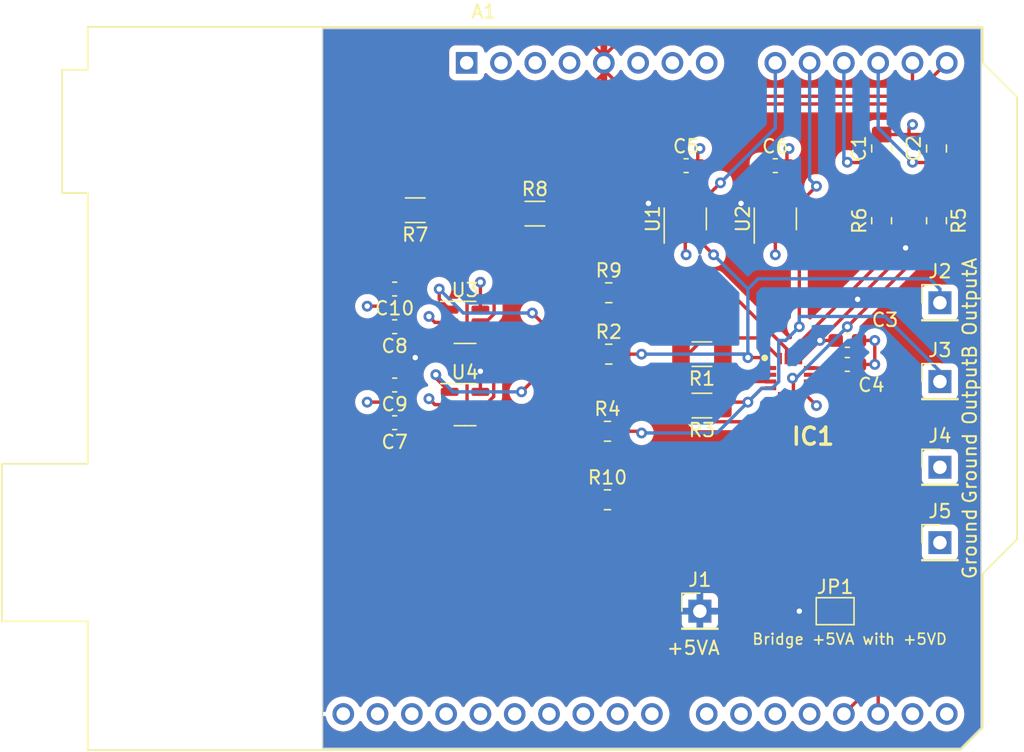
<source format=kicad_pcb>
(kicad_pcb (version 20221018) (generator pcbnew)
  (layers (0 "F.Cu" signal) (1 "In1.Cu" signal) (2 "In2.Cu" signal) (31 "B.Cu" signal) (34 "B.Paste" user) (35 "F.Paste" user) (36 "B.SilkS" user "B.Silkscreen") (37 "F.SilkS" user "F.Silkscreen") (38 "B.Mask" user) (39 "F.Mask" user) (44 "Edge.Cuts" user))
  (net 0 "")
  (net 2 "+5V")
  (net 3 "/VoutA")
  (net 4 "/VoutB")
  (net 5 "GND")
  (net 10 "Net-(A1-A0)")
  (net 11 "Net-(A1-A1)")
  (net 12 "/IoutA")
  (net 13 "/IoutB")
  (net 14 "Net-(U3-SDA)")
  (net 15 "Net-(U3-SCL)")
  (net 18 "/SW_SEL_A")
  (net 19 "/SW_SEL_B")
  (net 33 "/VsetA")
  (net 34 "/VsetB")
  (net 35 "Net-(IC1-SW0_B)")
  (net 36 "Net-(IC1-SW1_B)")
  (net 37 "Net-(IC1-OUTB)")
  (net 38 "Net-(IC1-OUTA)")
  (net 39 "Net-(IC1-SW1_A)")
  (net 40 "Net-(IC1-SW0_A)")
  (net 41 "+5VA")
  (footprint "Resistor_SMD:R_0805_2012Metric_Pad1.20x1.40mm_HandSolder" (layer "F.Cu") (at 81.645 78)
    (fp_text reference "R9" (at 0 -1.65) (layer "F.SilkS"))
    (fp_text value "1K")
    (pad "1" smd roundrect (at -1 0) (size 1.2 1.4) (layers "F.Cu" "F.Paste" "F.Mask") (roundrect_rratio 0.2083333333) (net 39 "Net-(IC1-SW1_A)"))
    (pad "2" smd roundrect (at 1 0) (size 1.2 1.4) (layers "F.Cu" "F.Paste" "F.Mask") (roundrect_rratio 0.2083333333) (net 3 "/VoutA"))
  )
  (footprint "Module:Arduino_UNO_R3" (layer "F.Cu") (at 71.12 60.96)
    (fp_text reference "A1" (at 1.27 -3.81 180) (layer "F.SilkS"))
    (fp_text value "Arduino_UNO_R3")
    (pad "1" thru_hole rect (at 0 0 90) (size 1.6 1.6) (drill 1) (layers "*.Cu" "*.Mask"))
    (pad "2" thru_hole oval (at 2.54 0 90) (size 1.6 1.6) (drill 1) (layers "*.Cu" "*.Mask"))
    (pad "3" thru_hole oval (at 5.08 0 90) (size 1.6 1.6) (drill 1) (layers "*.Cu" "*.Mask"))
    (pad "4" thru_hole oval (at 7.62 0 90) (size 1.6 1.6) (drill 1) (layers "*.Cu" "*.Mask"))
    (pad "5" thru_hole oval (at 10.16 0 90) (size 1.6 1.6) (drill 1) (layers "*.Cu" "*.Mask") (net 2 "+5V"))
    (pad "6" thru_hole oval (at 12.7 0 90) (size 1.6 1.6) (drill 1) (layers "*.Cu" "*.Mask") (net 5 "GND"))
    (pad "7" thru_hole oval (at 15.24 0 90) (size 1.6 1.6) (drill 1) (layers "*.Cu" "*.Mask") (net 5 "GND"))
    (pad "8" thru_hole oval (at 17.78 0 90) (size 1.6 1.6) (drill 1) (layers "*.Cu" "*.Mask"))
    (pad "9" thru_hole oval (at 22.86 0 90) (size 1.6 1.6) (drill 1) (layers "*.Cu" "*.Mask") (net 10 "Net-(A1-A0)"))
    (pad "10" thru_hole oval (at 25.4 0 90) (size 1.6 1.6) (drill 1) (layers "*.Cu" "*.Mask") (net 11 "Net-(A1-A1)"))
    (pad "11" thru_hole oval (at 27.94 0 90) (size 1.6 1.6) (drill 1) (layers "*.Cu" "*.Mask") (net 12 "/IoutA"))
    (pad "12" thru_hole oval (at 30.48 0 90) (size 1.6 1.6) (drill 1) (layers "*.Cu" "*.Mask") (net 13 "/IoutB"))
    (pad "13" thru_hole oval (at 33.02 0 90) (size 1.6 1.6) (drill 1) (layers "*.Cu" "*.Mask") (net 14 "Net-(U3-SDA)"))
    (pad "14" thru_hole oval (at 35.56 0 90) (size 1.6 1.6) (drill 1) (layers "*.Cu" "*.Mask") (net 15 "Net-(U3-SCL)"))
    (pad "15" thru_hole oval (at 35.56 48.26 90) (size 1.6 1.6) (drill 1) (layers "*.Cu" "*.Mask"))
    (pad "16" thru_hole oval (at 33.02 48.26 90) (size 1.6 1.6) (drill 1) (layers "*.Cu" "*.Mask"))
    (pad "17" thru_hole oval (at 30.48 48.26 90) (size 1.6 1.6) (drill 1) (layers "*.Cu" "*.Mask") (net 18 "/SW_SEL_A"))
    (pad "18" thru_hole oval (at 27.94 48.26 90) (size 1.6 1.6) (drill 1) (layers "*.Cu" "*.Mask") (net 19 "/SW_SEL_B"))
    (pad "19" thru_hole oval (at 25.4 48.26 90) (size 1.6 1.6) (drill 1) (layers "*.Cu" "*.Mask"))
    (pad "20" thru_hole oval (at 22.86 48.26 90) (size 1.6 1.6) (drill 1) (layers "*.Cu" "*.Mask"))
    (pad "21" thru_hole oval (at 20.32 48.26 90) (size 1.6 1.6) (drill 1) (layers "*.Cu" "*.Mask"))
    (pad "22" thru_hole oval (at 17.78 48.26 90) (size 1.6 1.6) (drill 1) (layers "*.Cu" "*.Mask"))
    (pad "23" thru_hole oval (at 13.72 48.26 90) (size 1.6 1.6) (drill 1) (layers "*.Cu" "*.Mask"))
    (pad "24" thru_hole oval (at 11.18 48.26 90) (size 1.6 1.6) (drill 1) (layers "*.Cu" "*.Mask"))
    (pad "25" thru_hole oval (at 8.64 48.26 90) (size 1.6 1.6) (drill 1) (layers "*.Cu" "*.Mask"))
    (pad "26" thru_hole oval (at 6.1 48.26 90) (size 1.6 1.6) (drill 1) (layers "*.Cu" "*.Mask"))
    (pad "27" thru_hole oval (at 3.56 48.26 90) (size 1.6 1.6) (drill 1) (layers "*.Cu" "*.Mask"))
    (pad "28" thru_hole oval (at 1.02 48.26 90) (size 1.6 1.6) (drill 1) (layers "*.Cu" "*.Mask"))
    (pad "29" thru_hole oval (at -1.52 48.26 90) (size 1.6 1.6) (drill 1) (layers "*.Cu" "*.Mask") (net 5 "GND"))
    (pad "30" thru_hole oval (at -4.06 48.26 90) (size 1.6 1.6) (drill 1) (layers "*.Cu" "*.Mask"))
    (pad "31" thru_hole oval (at -6.6 48.26 90) (size 1.6 1.6) (drill 1) (layers "*.Cu" "*.Mask"))
    (pad "32" thru_hole oval (at -9.14 48.26 90) (size 1.6 1.6) (drill 1) (layers "*.Cu" "*.Mask"))
  )
  (footprint "Package_TO_SOT_SMD:SOT-23-6" (layer "F.Cu") (at 70.9985 80.198)
    (fp_text reference "U3" (at 0 -2.4) (layer "F.SilkS"))
    (fp_text value "MCP4725xxx-xCH")
    (pad "1" smd roundrect (at -1.1375 -0.95) (size 1.325 0.6) (layers "F.Cu" "F.Paste" "F.Mask") (net 33 "/VsetA"))
    (pad "2" smd roundrect (at -1.1375 0) (size 1.325 0.6) (layers "F.Cu" "F.Paste" "F.Mask") (net 5 "GND"))
    (pad "3" smd roundrect (at -1.1375 0.95) (size 1.325 0.6) (layers "F.Cu" "F.Paste" "F.Mask") (net 41 "+5VA"))
    (pad "4" smd roundrect (at 1.1375 0.95) (size 1.325 0.6) (layers "F.Cu" "F.Paste" "F.Mask") (net 14 "Net-(U3-SDA)"))
    (pad "5" smd roundrect (at 1.1375 0) (size 1.325 0.6) (layers "F.Cu" "F.Paste" "F.Mask") (net 15 "Net-(U3-SCL)"))
    (pad "6" smd roundrect (at 1.1375 -0.95) (size 1.325 0.6) (layers "F.Cu" "F.Paste" "F.Mask") (net 5 "GND"))
  )
  (footprint "mini-source-lib:QFN50P300X300X80-16N-D" (layer "F.Cu") (at 95.07 84.328)
    (fp_text reference "IC1" (at 1.704 4.318) (layer "F.SilkS") (effects (font (size 1.27 1.27) (thickness 0.254))))
    (fp_text value "ADA4351-2ACPZ-R7" hide)
    (pad "1" smd rect (at -1.45 -0.75 90) (size 0.3 0.85) (layers "F.Cu" "F.Paste" "F.Mask") (net 3 "/VoutA"))
    (pad "2" smd rect (at -1.45 -0.25 90) (size 0.3 0.85) (layers "F.Cu" "F.Paste" "F.Mask") (net 33 "/VsetA"))
    (pad "3" smd rect (at -1.45 0.25 90) (size 0.3 0.85) (layers "F.Cu" "F.Paste" "F.Mask") (net 34 "/VsetB"))
    (pad "4" smd rect (at -1.45 0.75 90) (size 0.3 0.85) (layers "F.Cu" "F.Paste" "F.Mask") (net 4 "/VoutB"))
    (pad "5" smd rect (at -0.75 1.45) (size 0.3 0.85) (layers "F.Cu" "F.Paste" "F.Mask") (net 35 "Net-(IC1-SW0_B)"))
    (pad "6" smd rect (at -0.25 1.45) (size 0.3 0.85) (layers "F.Cu" "F.Paste" "F.Mask") (net 36 "Net-(IC1-SW1_B)"))
    (pad "7" smd rect (at 0.25 1.45) (size 0.3 0.85) (layers "F.Cu" "F.Paste" "F.Mask") (net 37 "Net-(IC1-OUTB)"))
    (pad "8" smd rect (at 0.75 1.45) (size 0.3 0.85) (layers "F.Cu" "F.Paste" "F.Mask") (net 5 "GND"))
    (pad "9" smd rect (at 1.45 0.75 90) (size 0.3 0.85) (layers "F.Cu" "F.Paste" "F.Mask") (net 5 "GND"))
    (pad "10" smd rect (at 1.45 0.25 90) (size 0.3 0.85) (layers "F.Cu" "F.Paste" "F.Mask") (net 19 "/SW_SEL_B"))
    (pad "11" smd rect (at 1.45 -0.25 90) (size 0.3 0.85) (layers "F.Cu" "F.Paste" "F.Mask") (net 18 "/SW_SEL_A"))
    (pad "12" smd rect (at 1.45 -0.75 90) (size 0.3 0.85) (layers "F.Cu" "F.Paste" "F.Mask") (net 2 "+5V"))
    (pad "13" smd rect (at 0.75 -1.45) (size 0.3 0.85) (layers "F.Cu" "F.Paste" "F.Mask") (net 41 "+5VA"))
    (pad "14" smd rect (at 0.25 -1.45) (size 0.3 0.85) (layers "F.Cu" "F.Paste" "F.Mask") (net 38 "Net-(IC1-OUTA)"))
    (pad "15" smd rect (at -0.25 -1.45) (size 0.3 0.85) (layers "F.Cu" "F.Paste" "F.Mask") (net 39 "Net-(IC1-SW1_A)"))
    (pad "16" smd rect (at -0.75 -1.45) (size 0.3 0.85) (layers "F.Cu" "F.Paste" "F.Mask") (net 40 "Net-(IC1-SW0_A)"))
  )
  (footprint "Connector_PinHeader_2.54mm:PinHeader_1x01_P2.54mm_Vertical" (layer "F.Cu") (at 106.172 84.582)
    (fp_text reference "J3" (at 0 -2.33) (layer "F.SilkS"))
    (fp_text value "Conn_01x01_Pin")
    (pad "1" thru_hole rect (at 0 0) (size 1.7 1.7) (drill 1) (layers "*.Cu" "*.Mask") (net 4 "/VoutB"))
  )
  (footprint "Connector_PinHeader_2.54mm:PinHeader_1x01_P2.54mm_Vertical" (layer "F.Cu") (at 106.172 90.932)
    (fp_text reference "J4" (at 0 -2.33) (layer "F.SilkS"))
    (fp_text value "Conn_01x01_Pin")
    (pad "1" thru_hole rect (at 0 0) (size 1.7 1.7) (drill 1) (layers "*.Cu" "*.Mask") (net 5 "GND"))
  )
  (footprint "Resistor_SMD:R_0805_2012Metric_Pad1.20x1.40mm_HandSolder" (layer "F.Cu") (at 101.854 72.66 90)
    (fp_text reference "R6" (at 0 -1.65 90) (layer "F.SilkS"))
    (fp_text value "200")
    (pad "1" smd roundrect (at -1 0 90) (size 1.2 1.4) (layers "F.Cu" "F.Paste" "F.Mask") (roundrect_rratio 0.2083333333) (net 38 "Net-(IC1-OUTA)"))
    (pad "2" smd roundrect (at 1 0 90) (size 1.2 1.4) (layers "F.Cu" "F.Paste" "F.Mask") (roundrect_rratio 0.2083333333) (net 12 "/IoutA"))
  )
  (footprint "Resistor_SMD:R_1206_3216Metric_Pad1.30x1.75mm_HandSolder" (layer "F.Cu") (at 76.174 72.136)
    (fp_text reference "R8" (at 0 -1.82) (layer "F.SilkS"))
    (fp_text value "10K")
    (pad "1" smd roundrect (at -1.55 0) (size 1.3 1.75) (layers "F.Cu" "F.Paste" "F.Mask") (roundrect_rratio 0.1923076923) (net 15 "Net-(U3-SCL)"))
    (pad "2" smd roundrect (at 1.55 0) (size 1.3 1.75) (layers "F.Cu" "F.Paste" "F.Mask") (roundrect_rratio 0.1923076923) (net 2 "+5V"))
  )
  (footprint "Package_TO_SOT_SMD:SOT-23-5" (layer "F.Cu") (at 93.98 72.5225 90)
    (fp_text reference "U2" (at 0 -2.4 90) (layer "F.SilkS"))
    (fp_text value "OPA992")
    (pad "1" smd roundrect (at -1.1375 -0.95 90) (size 1.325 0.6) (layers "F.Cu" "F.Paste" "F.Mask") (net 11 "Net-(A1-A1)"))
    (pad "2" smd roundrect (at -1.1375 0 90) (size 1.325 0.6) (layers "F.Cu" "F.Paste" "F.Mask") (net 5 "GND"))
    (pad "3" smd roundrect (at -1.1375 0.95 90) (size 1.325 0.6) (layers "F.Cu" "F.Paste" "F.Mask") (net 4 "/VoutB"))
    (pad "4" smd roundrect (at 1.1375 0.95 90) (size 1.325 0.6) (layers "F.Cu" "F.Paste" "F.Mask") (net 11 "Net-(A1-A1)"))
    (pad "5" smd roundrect (at 1.1375 -0.95 90) (size 1.325 0.6) (layers "F.Cu" "F.Paste" "F.Mask") (net 41 "+5VA"))
  )
  (footprint "Capacitor_SMD:C_0603_1608Metric_Pad1.08x0.95mm_HandSolder" (layer "F.Cu") (at 65.786 84.836 180)
    (fp_text reference "C9" (at 0 -1.43) (layer "F.SilkS"))
    (fp_text value ".01u")
    (pad "1" smd roundrect (at -0.8625 0 180) (size 1.075 0.95) (layers "F.Cu" "F.Paste" "F.Mask") (net 41 "+5VA"))
    (pad "2" smd roundrect (at 0.8625 0 180) (size 1.075 0.95) (layers "F.Cu" "F.Paste" "F.Mask") (net 5 "GND"))
  )
  (footprint "Capacitor_SMD:C_0603_1608Metric_Pad1.08x0.95mm_HandSolder" (layer "F.Cu") (at 65.786 77.724 180)
    (fp_text reference "C10" (at 0 -1.43) (layer "F.SilkS"))
    (fp_text value ".01u")
    (pad "1" smd roundrect (at -0.8625 0 180) (size 1.075 0.95) (layers "F.Cu" "F.Paste" "F.Mask") (net 41 "+5VA"))
    (pad "2" smd roundrect (at 0.8625 0 180) (size 1.075 0.95) (layers "F.Cu" "F.Paste" "F.Mask") (net 5 "GND"))
  )
  (footprint "Resistor_SMD:R_1206_3216Metric_Pad1.30x1.75mm_HandSolder" (layer "F.Cu") (at 88.545 86.36 180)
    (fp_text reference "R3" (at 0 -1.82) (layer "F.SilkS"))
    (fp_text value "10K")
    (pad "1" smd roundrect (at -1.55 0 180) (size 1.3 1.75) (layers "F.Cu" "F.Paste" "F.Mask") (roundrect_rratio 0.1923076923) (net 4 "/VoutB"))
    (pad "2" smd roundrect (at 1.55 0 180) (size 1.3 1.75) (layers "F.Cu" "F.Paste" "F.Mask") (roundrect_rratio 0.1923076923) (net 35 "Net-(IC1-SW0_B)"))
  )
  (footprint "Capacitor_SMD:C_0603_1608Metric_Pad1.08x0.95mm_HandSolder" (layer "F.Cu") (at 87.376 68.58)
    (fp_text reference "C5" (at 0 -1.43) (layer "F.SilkS"))
    (fp_text value ".1u")
    (pad "1" smd roundrect (at -0.8625 0) (size 1.075 0.95) (layers "F.Cu" "F.Paste" "F.Mask") (net 41 "+5VA"))
    (pad "2" smd roundrect (at 0.8625 0) (size 1.075 0.95) (layers "F.Cu" "F.Paste" "F.Mask") (net 5 "GND"))
  )
  (footprint "Resistor_SMD:R_1206_3216Metric_Pad1.30x1.75mm_HandSolder" (layer "F.Cu") (at 67.31 71.882 180)
    (fp_text reference "R7" (at 0 -1.82) (layer "F.SilkS"))
    (fp_text value "10K")
    (pad "1" smd roundrect (at -1.55 0 180) (size 1.3 1.75) (layers "F.Cu" "F.Paste" "F.Mask") (roundrect_rratio 0.1923076923) (net 14 "Net-(U3-SDA)"))
    (pad "2" smd roundrect (at 1.55 0 180) (size 1.3 1.75) (layers "F.Cu" "F.Paste" "F.Mask") (roundrect_rratio 0.1923076923) (net 2 "+5V"))
  )
  (footprint "Resistor_SMD:R_1206_3216Metric_Pad1.30x1.75mm_HandSolder" (layer "F.Cu") (at 88.545 82.55 180)
    (fp_text reference "R1" (at 0 -1.82) (layer "F.SilkS"))
    (fp_text value "10K")
    (pad "1" smd roundrect (at -1.55 0 180) (size 1.3 1.75) (layers "F.Cu" "F.Paste" "F.Mask") (roundrect_rratio 0.1923076923) (net 3 "/VoutA"))
    (pad "2" smd roundrect (at 1.55 0 180) (size 1.3 1.75) (layers "F.Cu" "F.Paste" "F.Mask") (roundrect_rratio 0.1923076923) (net 40 "Net-(IC1-SW0_A)"))
  )
  (footprint "Capacitor_SMD:C_0603_1608Metric_Pad1.08x0.95mm_HandSolder" (layer "F.Cu") (at 65.786 80.518 180)
    (fp_text reference "C8" (at 0 -1.43) (layer "F.SilkS"))
    (fp_text value ".1u")
    (pad "1" smd roundrect (at -0.8625 0 180) (size 1.075 0.95) (layers "F.Cu" "F.Paste" "F.Mask") (net 41 "+5VA"))
    (pad "2" smd roundrect (at 0.8625 0 180) (size 1.075 0.95) (layers "F.Cu" "F.Paste" "F.Mask") (net 5 "GND"))
  )
  (footprint "Capacitor_SMD:C_0805_2012Metric_Pad1.18x1.45mm_HandSolder" (layer "F.Cu") (at 101.854 67.31 90)
    (fp_text reference "C1" (at 0 -1.68 90) (layer "F.SilkS"))
    (fp_text value "180p")
    (pad "1" smd roundrect (at -1.0375 0 90) (size 1.175 1.45) (layers "F.Cu" "F.Paste" "F.Mask") (roundrect_rratio 0.2127659574) (net 12 "/IoutA"))
    (pad "2" smd roundrect (at 1.0375 0 90) (size 1.175 1.45) (layers "F.Cu" "F.Paste" "F.Mask") (roundrect_rratio 0.2127659574) (net 5 "GND"))
  )
  (footprint "Capacitor_SMD:C_0805_2012Metric_Pad1.18x1.45mm_HandSolder" (layer "F.Cu") (at 105.918 67.31 90)
    (fp_text reference "C2" (at 0 -1.68 90) (layer "F.SilkS"))
    (fp_text value "180p")
    (pad "1" smd roundrect (at -1.0375 0 90) (size 1.175 1.45) (layers "F.Cu" "F.Paste" "F.Mask") (roundrect_rratio 0.2127659574) (net 13 "/IoutB"))
    (pad "2" smd roundrect (at 1.0375 0 90) (size 1.175 1.45) (layers "F.Cu" "F.Paste" "F.Mask") (roundrect_rratio 0.2127659574) (net 5 "GND"))
  )
  (footprint "Capacitor_SMD:C_0603_1608Metric_Pad1.08x0.95mm_HandSolder" (layer "F.Cu") (at 99.314 81.534)
    (fp_text reference "C3" (at 2.794 -1.524) (layer "F.SilkS"))
    (fp_text value ".1u")
    (pad "1" smd roundrect (at -0.8625 0) (size 1.075 0.95) (layers "F.Cu" "F.Paste" "F.Mask") (net 41 "+5VA"))
    (pad "2" smd roundrect (at 0.8625 0) (size 1.075 0.95) (layers "F.Cu" "F.Paste" "F.Mask") (net 5 "GND"))
  )
  (footprint "Resistor_SMD:R_0805_2012Metric_Pad1.20x1.40mm_HandSolder" (layer "F.Cu") (at 81.55 93.345)
    (fp_text reference "R10" (at 0 -1.65) (layer "F.SilkS"))
    (fp_text value "1K")
    (pad "1" smd roundrect (at -1 0) (size 1.2 1.4) (layers "F.Cu" "F.Paste" "F.Mask") (roundrect_rratio 0.2083333333) (net 36 "Net-(IC1-SW1_B)"))
    (pad "2" smd roundrect (at 1 0) (size 1.2 1.4) (layers "F.Cu" "F.Paste" "F.Mask") (roundrect_rratio 0.2083333333) (net 4 "/VoutB"))
  )
  (footprint "Package_TO_SOT_SMD:SOT-23-5" (layer "F.Cu") (at 87.31 72.5225 90)
    (fp_text reference "U1" (at 0 -2.4 90) (layer "F.SilkS"))
    (fp_text value "OPA992")
    (pad "1" smd roundrect (at -1.1375 -0.95 90) (size 1.325 0.6) (layers "F.Cu" "F.Paste" "F.Mask") (net 10 "Net-(A1-A0)"))
    (pad "2" smd roundrect (at -1.1375 0 90) (size 1.325 0.6) (layers "F.Cu" "F.Paste" "F.Mask") (net 5 "GND"))
    (pad "3" smd roundrect (at -1.1375 0.95 90) (size 1.325 0.6) (layers "F.Cu" "F.Paste" "F.Mask") (net 3 "/VoutA"))
    (pad "4" smd roundrect (at 1.1375 0.95 90) (size 1.325 0.6) (layers "F.Cu" "F.Paste" "F.Mask") (net 10 "Net-(A1-A0)"))
    (pad "5" smd roundrect (at 1.1375 -0.95 90) (size 1.325 0.6) (layers "F.Cu" "F.Paste" "F.Mask") (net 41 "+5VA"))
  )
  (footprint "Resistor_SMD:R_0805_2012Metric_Pad1.20x1.40mm_HandSolder" (layer "F.Cu") (at 81.55 88.265)
    (fp_text reference "R4" (at 0 -1.65) (layer "F.SilkS"))
    (fp_text value "1K")
    (pad "1" smd roundrect (at -1 0) (size 1.2 1.4) (layers "F.Cu" "F.Paste" "F.Mask") (roundrect_rratio 0.2083333333) (net 36 "Net-(IC1-SW1_B)"))
    (pad "2" smd roundrect (at 1 0) (size 1.2 1.4) (layers "F.Cu" "F.Paste" "F.Mask") (roundrect_rratio 0.2083333333) (net 4 "/VoutB"))
  )
  (footprint "Connector_PinHeader_2.54mm:PinHeader_1x01_P2.54mm_Vertical" (layer "F.Cu") (at 88.392 101.6)
    (fp_text reference "J1" (at 0 -2.33) (layer "F.SilkS"))
    (fp_text value "Conn_01x01_Pin")
    (pad "1" thru_hole rect (at 0 0) (size 1.7 1.7) (drill 1) (layers "*.Cu" "*.Mask") (net 41 "+5VA"))
  )
  (footprint "Connector_PinHeader_2.54mm:PinHeader_1x01_P2.54mm_Vertical" (layer "F.Cu") (at 106.172 78.74)
    (fp_text reference "J2" (at 0 -2.33) (layer "F.SilkS"))
    (fp_text value "Conn_01x01_Pin")
    (pad "1" thru_hole rect (at 0 0) (size 1.7 1.7) (drill 1) (layers "*.Cu" "*.Mask") (net 3 "/VoutA"))
  )
  (footprint "Resistor_SMD:R_0805_2012Metric_Pad1.20x1.40mm_HandSolder" (layer "F.Cu") (at 81.645 82.55)
    (fp_text reference "R2" (at 0 -1.65) (layer "F.SilkS"))
    (fp_text value "1K")
    (pad "1" smd roundrect (at -1 0) (size 1.2 1.4) (layers "F.Cu" "F.Paste" "F.Mask") (roundrect_rratio 0.2083333333) (net 39 "Net-(IC1-SW1_A)"))
    (pad "2" smd roundrect (at 1 0) (size 1.2 1.4) (layers "F.Cu" "F.Paste" "F.Mask") (roundrect_rratio 0.2083333333) (net 3 "/VoutA"))
  )
  (footprint "Capacitor_SMD:C_0603_1608Metric_Pad1.08x0.95mm_HandSolder" (layer "F.Cu") (at 99.314 83.312)
    (fp_text reference "C4" (at 1.778 1.524) (layer "F.SilkS"))
    (fp_text value ".1u")
    (pad "1" smd roundrect (at -0.8625 0) (size 1.075 0.95) (layers "F.Cu" "F.Paste" "F.Mask") (net 2 "+5V"))
    (pad "2" smd roundrect (at 0.8625 0) (size 1.075 0.95) (layers "F.Cu" "F.Paste" "F.Mask") (net 5 "GND"))
  )
  (footprint "Capacitor_SMD:C_0603_1608Metric_Pad1.08x0.95mm_HandSolder" (layer "F.Cu") (at 93.98 68.58)
    (fp_text reference "C6" (at 0 -1.43) (layer "F.SilkS"))
    (fp_text value ".1u")
    (pad "1" smd roundrect (at -0.8625 0) (size 1.075 0.95) (layers "F.Cu" "F.Paste" "F.Mask") (net 41 "+5VA"))
    (pad "2" smd roundrect (at 0.8625 0) (size 1.075 0.95) (layers "F.Cu" "F.Paste" "F.Mask") (net 5 "GND"))
  )
  (footprint "Resistor_SMD:R_0805_2012Metric_Pad1.20x1.40mm_HandSolder" (layer "F.Cu") (at 105.918 72.66 -90)
    (fp_text reference "R5" (at 0 -1.65 90) (layer "F.SilkS"))
    (fp_text value "200")
    (pad "1" smd roundrect (at -1 0 270) (size 1.2 1.4) (layers "F.Cu" "F.Paste" "F.Mask") (roundrect_rratio 0.2083333333) (net 13 "/IoutB"))
    (pad "2" smd roundrect (at 1 0 270) (size 1.2 1.4) (layers "F.Cu" "F.Paste" "F.Mask") (roundrect_rratio 0.2083333333) (net 37 "Net-(IC1-OUTB)"))
  )
  (footprint "Package_TO_SOT_SMD:SOT-23-6" (layer "F.Cu") (at 70.9985 86.294)
    (fp_text reference "U4" (at 0 -2.4) (layer "F.SilkS"))
    (fp_text value "MCP4725xxx-xCH")
    (pad "1" smd roundrect (at -1.1375 -0.95) (size 1.325 0.6) (layers "F.Cu" "F.Paste" "F.Mask") (net 34 "/VsetB"))
    (pad "2" smd roundrect (at -1.1375 0) (size 1.325 0.6) (layers "F.Cu" "F.Paste" "F.Mask") (net 5 "GND"))
    (pad "3" smd roundrect (at -1.1375 0.95) (size 1.325 0.6) (layers "F.Cu" "F.Paste" "F.Mask") (net 41 "+5VA"))
    (pad "4" smd roundrect (at 1.1375 0.95) (size 1.325 0.6) (layers "F.Cu" "F.Paste" "F.Mask") (net 14 "Net-(U3-SDA)"))
    (pad "5" smd roundrect (at 1.1375 0) (size 1.325 0.6) (layers "F.Cu" "F.Paste" "F.Mask") (net 15 "Net-(U3-SCL)"))
    (pad "6" smd roundrect (at 1.1375 -0.95) (size 1.325 0.6) (layers "F.Cu" "F.Paste" "F.Mask") (net 41 "+5VA"))
  )
  (footprint "Jumper:SolderJumper-2_P1.3mm_Open_Pad1.0x1.5mm" (layer "F.Cu") (at 98.41 101.6)
    (fp_text reference "JP1" (at 0 -1.8) (layer "F.SilkS"))
    (fp_text value "Jumper_2_Bridged")
    (pad "1" smd rect (at -0.65 0) (size 1 1.5) (layers "F.Cu" "F.Mask") (net 41 "+5VA"))
    (pad "2" smd rect (at 0.65 0) (size 1 1.5) (layers "F.Cu" "F.Mask") (net 2 "+5V"))
  )
  (footprint "Connector_PinHeader_2.54mm:PinHeader_1x01_P2.54mm_Vertical" (layer "F.Cu") (at 106.172 96.52)
    (fp_text reference "J5" (at 0 -2.33) (layer "F.SilkS"))
    (fp_text value "Conn_01x01_Pin")
    (pad "1" thru_hole rect (at 0 0) (size 1.7 1.7) (drill 1) (layers "*.Cu" "*.Mask") (net 5 "GND"))
  )
  (footprint "Capacitor_SMD:C_0603_1608Metric_Pad1.08x0.95mm_HandSolder" (layer "F.Cu") (at 65.786 87.63 180)
    (fp_text reference "C7" (at 0 -1.43) (layer "F.SilkS"))
    (fp_text value ".1u")
    (pad "1" smd roundrect (at -0.8625 0 180) (size 1.075 0.95) (layers "F.Cu" "F.Paste" "F.Mask") (net 41 "+5VA"))
    (pad "2" smd roundrect (at 0.8625 0 180) (size 1.075 0.95) (layers "F.Cu" "F.Paste" "F.Mask") (net 5 "GND"))
  )
  (gr_poly (pts (xy 60.452 111.76) (xy 60.452 58.42) (xy 109.22 58.42) (xy 109.22 60.96) (xy 109.22 63.5) (xy 109.22 96.266) (xy 109.22 98.806) (xy 109.22 110.236) (xy 107.696 111.76)) (stroke (width 0.1)) (fill none) (layer "Edge.Cuts"))
  (gr_text "Bridge +5VA with +5VD" (at 92.202 104.14) (layer "F.SilkS") (effects (font (size 0.8 0.8) (thickness 0.125)) (justify left bottom)))
  (gr_text "OutputA" (at 108.966 81.28 90) (layer "F.SilkS") (effects (font (size 1 1)) (justify left bottom)))
  (gr_text "Ground" (at 108.966 93.726 90) (layer "F.SilkS") (effects (font (size 1 1)) (justify left bottom)))
  (gr_text "+5VA" (at 85.852 104.902) (layer "F.SilkS") (effects (font (size 1 1)) (justify left bottom)))
  (gr_text "Ground" (at 108.966 99.314 90) (layer "F.SilkS") (effects (font (size 1 1)) (justify left bottom)))
  (gr_text "OutputB" (at 108.966 87.884 90) (layer "F.SilkS") (effects (font (size 1 1)) (justify left bottom)))
  (segment (start 80.772 62.23) (end 81.28 61.722) (width 0.25) (layer "F.Cu") (net 2))
  (segment (start 81.28 59.436) (end 81.28 60.96) (width 0.25) (layer "F.Cu") (net 2))
  (segment (start 81.28 60.452) (end 80.518 59.69) (width 0.25) (layer "F.Cu") (net 2))
  (segment (start 96.52 83.578) (end 97.524 83.578) (width 0.25) (layer "F.Cu") (net 2))
  (segment (start 82.042 62.23) (end 81.788 61.976) (width 0.25) (layer "F.Cu") (net 2))
  (segment (start 82.042 59.69) (end 81.28 60.452) (width 0.25) (layer "F.Cu") (net 2))
  (segment (start 98.4515 83.7195) (end 99.822 85.09) (width 0.25) (layer "F.Cu") (net 2))
  (segment (start 81.28 60.452) (end 81.28 60.96) (width 0.25) (layer "F.Cu") (net 2))
  (segment (start 81.788 61.976) (end 81.28 61.468) (width 0.25) (layer "F.Cu") (net 2))
  (segment (start 81.28 61.722) (end 81.026 61.468) (width 0.25) (layer "F.Cu") (net 2))
  (segment (start 81.026 60.706) (end 81.28 60.96) (width 0.25) (layer "F.Cu") (net 2))
  (segment (start 98.4515 83.312) (end 98.4515 83.7195) (width 0.25) (layer "F.Cu") (net 2))
  (segment (start 81.026 61.468) (end 81.026 60.706) (width 0.25) (layer "F.Cu") (net 2))
  (segment (start 97.79 83.312) (end 98.4515 83.312) (width 0.25) (layer "F.Cu") (net 2))
  (segment (start 97.524 83.578) (end 97.79 83.312) (width 0.25) (layer "F.Cu") (net 2))
  (segment (start 91.694 82.55) (end 91.948 82.804) (width 0.25) (layer "F.Cu") (net 3))
  (segment (start 82.645 82.55) (end 82.645 78) (width 0.25) (layer "F.Cu") (net 3))
  (segment (start 90.095 82.55) (end 91.694 82.55) (width 0.25) (layer "F.Cu") (net 3))
  (segment (start 88.26 73.66) (end 88.26 74.036) (width 0.25) (layer "F.Cu") (net 3))
  (segment (start 91.948 82.804) (end 92.846 82.804) (width 0.25) (layer "F.Cu") (net 3))
  (segment (start 88.26 74.036) (end 89.408 75.184) (width 0.25) (layer "F.Cu") (net 3))
  (segment (start 82.645 82.55) (end 84.074 82.55) (width 0.25) (layer "F.Cu") (net 3))
  (segment (start 92.846 82.804) (end 93.62 83.578) (width 0.25) (layer "F.Cu") (net 3))
  (via (at 84.074 82.55) (size 0.8) (drill 0.4) (layers "F.Cu" "B.Cu") (net 3))
  (via (at 91.948 82.804) (size 0.8) (drill 0.4) (layers "F.Cu" "B.Cu") (net 3))
  (via (at 89.408 75.184) (size 0.8) (drill 0.4) (layers "F.Cu" "B.Cu") (net 3))
  (segment (start 105.41 76.962) (end 106.172 77.724) (width 0.25) (layer "B.Cu") (net 3))
  (segment (start 84.074 82.55) (end 91.694 82.55) (width 0.25) (layer "B.Cu") (net 3))
  (segment (start 91.694 82.55) (end 91.948 82.804) (width 0.25) (layer "B.Cu") (net 3))
  (segment (start 91.948 77.724) (end 91.948 82.804) (width 0.25) (layer "B.Cu") (net 3))
  (segment (start 89.408 75.184) (end 91.948 77.724) (width 0.25) (layer "B.Cu") (net 3))
  (segment (start 92.71 76.962) (end 105.41 76.962) (width 0.25) (layer "B.Cu") (net 3))
  (segment (start 106.172 77.724) (end 106.172 78.74) (width 0.25) (layer "B.Cu") (net 3))
  (segment (start 91.948 77.724) (end 92.71 76.962) (width 0.25) (layer "B.Cu") (net 3))
  (segment (start 95.758 80.518) (end 95.758 74.488) (width 0.25) (layer "F.Cu") (net 4))
  (segment (start 82.55 88.265) (end 83.947 88.265) (width 0.25) (layer "F.Cu") (net 4))
  (segment (start 82.55 93.345) (end 82.55 88.265) (width 0.25) (layer "F.Cu") (net 4))
  (segment (start 83.947 88.265) (end 84.074 88.392) (width 0.25) (layer "F.Cu") (net 4))
  (segment (start 93.62 85.078) (end 92.976 85.078) (width 0.25) (layer "F.Cu") (net 4))
  (segment (start 90.349 86.106) (end 90.095 86.36) (width 0.25) (layer "F.Cu") (net 4))
  (segment (start 91.948 86.106) (end 90.349 86.106) (width 0.25) (layer "F.Cu") (net 4))
  (segment (start 94.93 73.66) (end 95.758 74.488) (width 0.25) (layer "F.Cu") (net 4))
  (segment (start 92.976 85.078) (end 91.948 86.106) (width 0.25) (layer "F.Cu") (net 4))
  (via (at 91.948 86.106) (size 0.8) (drill 0.4) (layers "F.Cu" "B.Cu") (net 4))
  (via (at 95.758 80.518) (size 0.8) (drill 0.4) (layers "F.Cu" "B.Cu") (net 4))
  (via (at 84.074 88.392) (size 0.8) (drill 0.4) (layers "F.Cu" "B.Cu") (net 4))
  (segment (start 93.726 85.09) (end 94.234 84.582) (width 0.25) (layer "B.Cu") (net 4))
  (segment (start 94.234 81.534) (end 94.742 81.534) (width 0.25) (layer "B.Cu") (net 4))
  (segment (start 94.234 84.582) (end 94.234 81.534) (width 0.25) (layer "B.Cu") (net 4))
  (segment (start 92.964 85.09) (end 91.948 86.106) (width 0.25) (layer "B.Cu") (net 4))
  (segment (start 89.662 88.392) (end 91.948 86.106) (width 0.25) (layer "B.Cu") (net 4))
  (segment (start 84.074 88.392) (end 89.662 88.392) (width 0.25) (layer "B.Cu") (net 4))
  (segment (start 102.108 79.756) (end 95.758 79.756) (width 0.25) (layer "B.Cu") (net 4))
  (segment (start 93.726 85.09) (end 92.964 85.09) (width 0.25) (layer "B.Cu") (net 4))
  (segment (start 94.742 81.534) (end 95.758 80.518) (width 0.25) (layer "B.Cu") (net 4))
  (segment (start 95.758 79.756) (end 95.758 80.518) (width 0.25) (layer "B.Cu") (net 4))
  (segment (start 102.108 79.756) (end 106.172 83.82) (width 0.25) (layer "B.Cu") (net 4))
  (segment (start 106.172 83.82) (end 106.172 84.582) (width 0.25) (layer "B.Cu") (net 4))
  (segment (start 64.9235 86.106) (end 64.9235 87.122) (width 0.25) (layer "F.Cu") (net 5))
  (segment (start 96.133 85.465) (end 95.82 85.778) (width 0.25) (layer "F.Cu") (net 5))
  (segment (start 101.346 83.312) (end 101.346 81.534) (width 0.25) (layer "F.Cu") (net 5))
  (segment (start 103.886 66.2725) (end 103.886 65.786) (width 0.25) (layer "F.Cu") (net 5))
  (segment (start 69.861 86.294) (end 68.768 86.294) (width 0.25) (layer "F.Cu") (net 5))
  (segment (start 94.8425 67.4635) (end 94.996 67.31) (width 0.25) (layer "F.Cu") (net 5))
  (segment (start 96.52 85.078) (end 96.133 85.465) (width 0.25) (layer "F.Cu") (net 5))
  (segment (start 105.918 66.2725) (end 103.886 66.2725) (width 0.25) (layer "F.Cu") (net 5))
  (segment (start 103.886 66.2725) (end 101.854 66.2725) (width 0.25) (layer "F.Cu") (net 5))
  (segment (start 65.024 78.994) (end 63.754 78.994) (width 0.25) (layer "F.Cu") (net 5))
  (segment (start 64.9235 86.106) (end 63.754 86.106) (width 0.25) (layer "F.Cu") (net 5))
  (segment (start 69.861 80.198) (end 68.768 80.198) (width 0.25) (layer "F.Cu") (net 5))
  (segment (start 96.133 85.465) (end 97.028 86.36) (width 0.25) (layer "F.Cu") (net 5))
  (segment (start 100.1765 81.534) (end 101.346 81.534) (width 0.25) (layer "F.Cu") (net 5))
  (segment (start 94.8425 68.58) (end 94.8425 67.4635) (width 0.25) (layer "F.Cu") (net 5))
  (segment (start 100.1765 83.312) (end 101.346 83.312) (width 0.25) (layer "F.Cu") (net 5))
  (segment (start 88.2385 67.4635) (end 88.392 67.31) (width 0.25) (layer "F.Cu") (net 5))
  (segment (start 88.2385 68.58) (end 88.2385 67.4635) (width 0.25) (layer "F.Cu") (net 5))
  (segment (start 72.136 79.248) (end 72.136 77.216) (width 0.25) (layer "F.Cu") (net 5))
  (segment (start 65.024 77.8245) (end 64.9235 77.724) (width 0.25) (layer "F.Cu") (net 5))
  (segment (start 93.98 73.66) (end 93.98 75.184) (width 0.25) (layer "F.Cu") (net 5))
  (segment (start 64.9235 85.344) (end 64.9235 86.106) (width 0.25) (layer "F.Cu") (net 5))
  (segment (start 65.024 78.994) (end 65.024 77.8245) (width 0.25) (layer "F.Cu") (net 5))
  (segment (start 87.31 73.66) (end 87.31 75.118) (width 0.25) (layer "F.Cu") (net 5))
  (segment (start 64.9235 79.0945) (end 65.024 78.994) (width 0.25) (layer "F.Cu") (net 5))
  (segment (start 64.9235 80.518) (end 64.9235 79.0945) (width 0.25) (layer "F.Cu") (net 5))
  (segment (start 87.31 75.118) (end 87.376 75.184) (width 0.25) (layer "F.Cu") (net 5))
  (segment (start 68.768 86.294) (end 68.326 85.852) (width 0.25) (layer "F.Cu") (net 5))
  (segment (start 103.886 65.786) (end 104.14 65.532) (width 0.25) (layer "F.Cu") (net 5))
  (segment (start 68.768 80.198) (end 68.326 79.756) (width 0.25) (layer "F.Cu") (net 5))
  (via (at 68.326 79.756) (size 0.8) (drill 0.4) (layers "F.Cu" "B.Cu") (net 5))
  (via (at 63.754 86.106) (size 0.8) (drill 0.4) (layers "F.Cu" "B.Cu") (net 5))
  (via (at 68.326 85.852) (size 0.8) (drill 0.4) (layers "F.Cu" "B.Cu") (net 5))
  (via (at 104.14 65.532) (size 0.8) (drill 0.4) (layers "F.Cu" "B.Cu") (net 5))
  (via (at 101.346 83.312) (size 0.8) (drill 0.4) (layers "F.Cu" "B.Cu") (net 5))
  (via (at 72.136 77.216) (size 0.8) (drill 0.4) (layers "F.Cu" "B.Cu") (net 5))
  (via (at 93.98 75.184) (size 0.8) (drill 0.4) (layers "F.Cu" "B.Cu") (net 5))
  (via (at 87.376 75.184) (size 0.8) (drill 0.4) (layers "F.Cu" "B.Cu") (net 5))
  (via (at 97.028 86.36) (size 0.8) (drill 0.4) (layers "F.Cu" "B.Cu") (net 5))
  (via (at 94.996 67.31) (size 0.8) (drill 0.4) (layers "F.Cu" "B.Cu") (net 5))
  (via (at 101.346 81.534) (size 0.8) (drill 0.4) (layers "F.Cu" "B.Cu") (net 5))
  (via (at 63.754 78.994) (size 0.8) (drill 0.4) (layers "F.Cu" "B.Cu") (net 5))
  (via (at 88.392 67.31) (size 0.8) (drill 0.4) (layers "F.Cu" "B.Cu") (net 5))
  (segment (start 88.26 71.385) (end 88.381 71.385) (width 0.25) (layer "F.Cu") (net 10))
  (segment (start 88.250749 71.385) (end 88.26 71.385) (width 0.25) (layer "F.Cu") (net 10))
  (segment (start 86.36 73.275749) (end 88.250749 71.385) (width 0.25) (layer "F.Cu") (net 10))
  (segment (start 88.381 71.385) (end 89.916 69.85) (width 0.25) (layer "F.Cu") (net 10))
  (segment (start 86.36 73.66) (end 86.36 73.275749) (width 0.25) (layer "F.Cu") (net 10))
  (via (at 89.916 69.85) (size 0.8) (drill 0.4) (layers "F.Cu" "B.Cu") (net 10))
  (segment (start 89.916 69.85) (end 93.98 65.786) (width 0.25) (layer "B.Cu") (net 10))
  (segment (start 93.98 65.786) (end 93.98 60.96) (width 0.25) (layer "B.Cu") (net 10))
  (segment (start 94.920749 71.385) (end 94.93 71.385) (width 0.25) (layer "F.Cu") (net 11))
  (segment (start 95.747 71.385) (end 97.028 70.104) (width 0.25) (layer "F.Cu") (net 11))
  (segment (start 93.03 73.66) (end 93.03 73.275749) (width 0.25) (layer "F.Cu") (net 11))
  (segment (start 93.03 73.275749) (end 94.920749 71.385) (width 0.25) (layer "F.Cu") (net 11))
  (segment (start 94.93 71.385) (end 95.747 71.385) (width 0.25) (layer "F.Cu") (net 11))
  (via (at 97.028 70.104) (size 0.8) (drill 0.4) (layers "F.Cu" "B.Cu") (net 11))
  (segment (start 97.028 70.104) (end 96.52 69.596) (width 0.25) (layer "B.Cu") (net 11))
  (segment (start 96.52 69.596) (end 96.52 60.96) (width 0.25) (layer "B.Cu") (net 11))
  (segment (start 99.3355 68.3475) (end 99.314 68.326) (width 0.25) (layer "F.Cu") (net 12))
  (segment (start 101.854 68.3475) (end 99.3355 68.3475) (width 0.25) (layer "F.Cu") (net 12))
  (segment (start 101.854 71.66) (end 101.854 68.3475) (width 0.25) (layer "F.Cu") (net 12))
  (via (at 99.314 68.326) (size 0.8) (drill 0.4) (layers "F.Cu" "B.Cu") (net 12))
  (segment (start 99.314 68.326) (end 99.06 68.072) (width 0.25) (layer "B.Cu") (net 12))
  (segment (start 99.06 68.072) (end 99.06 60.96) (width 0.25) (layer "B.Cu") (net 12))
  (segment (start 105.918 71.66) (end 105.918 68.3475) (width 0.25) (layer "F.Cu") (net 13))
  (segment (start 105.918 68.3475) (end 104.1615 68.3475) (width 0.25) (layer "F.Cu") (net 13))
  (segment (start 104.1615 68.3475) (end 104.14 68.326) (width 0.25) (layer "F.Cu") (net 13))
  (via (at 104.14 68.326) (size 0.8) (drill 0.4) (layers "F.Cu" "B.Cu") (net 13))
  (segment (start 104.14 68.326) (end 101.6 65.786) (width 0.25) (layer "B.Cu") (net 13))
  (segment (start 101.6 65.786) (end 101.6 60.96) (width 0.25) (layer "B.Cu") (net 13))
  (segment (start 71.1485 80.8005) (end 71.496 81.148) (width 0.25) (layer "F.Cu") (net 14))
  (segment (start 104.14 62.863604) (end 103.567802 63.435802) (width 0.25) (layer "F.Cu") (net 14))
  (segment (start 71.1485 86.640751) (end 71.751749 87.244) (width 0.25) (layer "F.Cu") (net 14))
  (segment (start 79.691802 63.435802) (end 71.690802 71.436802) (width 0.25) (layer "F.Cu") (net 14))
  (segment (start 71.751749 87.244) (end 72.136 87.244) (width 0.25) (layer "F.Cu") (net 14))
  (segment (start 71.1485 82.1355) (end 71.1485 86.640751) (width 0.25) (layer "F.Cu") (net 14))
  (segment (start 71.690802 71.436802) (end 71.1485 71.979104) (width 0.25) (layer "F.Cu") (net 14))
  (segment (start 71.245604 71.882) (end 71.690802 71.436802) (width 0.25) (layer "F.Cu") (net 14))
  (segment (start 71.1485 71.979104) (end 71.1485 80.8005) (width 0.25) (layer "F.Cu") (net 14))
  (segment (start 103.567802 63.435802) (end 79.691802 63.435802) (width 0.25) (layer "F.Cu") (net 14))
  (segment (start 104.14 60.96) (end 104.14 62.863604) (width 0.25) (layer "F.Cu") (net 14))
  (segment (start 72.136 81.148) (end 71.1485 82.1355) (width 0.25) (layer "F.Cu") (net 14))
  (segment (start 71.496 81.148) (end 72.136 81.148) (width 0.25) (layer "F.Cu") (net 14))
  (segment (start 68.86 71.882) (end 71.245604 71.882) (width 0.25) (layer "F.Cu") (net 14))
  (segment (start 72.520251 86.294) (end 72.136 86.294) (width 0.25) (layer "F.Cu") (net 15))
  (segment (start 73.1235 85.690751) (end 72.520251 86.294) (width 0.25) (layer "F.Cu") (net 15))
  (segment (start 72.136 80.198) (end 72.520251 80.198) (width 0.25) (layer "F.Cu") (net 15))
  (segment (start 73.1235 80.801249) (end 73.1235 85.690751) (width 0.25) (layer "F.Cu") (net 15))
  (segment (start 72.520251 80.198) (end 73.1235 80.801249) (width 0.25) (layer "F.Cu") (net 15))
  (segment (start 80.264 64.008) (end 73.152 71.12) (width 0.25) (layer "F.Cu") (net 15))
  (segment (start 73.152 71.12) (end 73.152 71.628) (width 0.25) (layer "F.Cu") (net 15))
  (segment (start 106.68 60.96) (end 103.632 64.008) (width 0.25) (layer "F.Cu") (net 15))
  (segment (start 103.632 64.008) (end 80.264 64.008) (width 0.25) (layer "F.Cu") (net 15))
  (segment (start 73.66 72.136) (end 73.152 71.628) (width 0.25) (layer "F.Cu") (net 15))
  (segment (start 73.152 79.566251) (end 72.520251 80.198) (width 0.25) (layer "F.Cu") (net 15))
  (segment (start 74.624 72.136) (end 73.66 72.136) (width 0.25) (layer "F.Cu") (net 15))
  (segment (start 73.152 71.628) (end 73.152 79.566251) (width 0.25) (layer "F.Cu") (net 15))
  (segment (start 96.52 84.078) (end 97.245 84.078) (width 0.25) (layer "F.Cu") (net 18))
  (segment (start 97.245 84.078) (end 101.6 88.433) (width 0.25) (layer "F.Cu") (net 18))
  (segment (start 101.6 88.433) (end 101.6 109.22) (width 0.25) (layer "F.Cu") (net 18))
  (segment (start 101.092 88.561396) (end 101.092 107.188) (width 0.25) (layer "F.Cu") (net 19))
  (segment (start 96.52 84.578) (end 97.108604 84.578) (width 0.25) (layer "F.Cu") (net 19))
  (segment (start 101.092 107.188) (end 99.06 109.22) (width 0.25) (layer "F.Cu") (net 19))
  (segment (start 97.108604 84.578) (end 101.092 88.561396) (width 0.25) (layer "F.Cu") (net 19))
  (segment (start 69.088 77.724) (end 69.088 78.475) (width 0.25) (layer "F.Cu") (net 33))
  (segment (start 69.088 78.475) (end 69.861 79.248) (width 0.25) (layer "F.Cu") (net 33))
  (segment (start 93.62 84.078) (end 80.559827 84.078) (width 0.25) (layer "F.Cu") (net 33))
  (segment (start 80.559827 84.078) (end 75.983827 79.502) (width 0.25) (layer "F.Cu") (net 33))
  (via (at 69.088 77.724) (size 0.8) (drill 0.4) (layers "F.Cu" "B.Cu") (net 33))
  (via (at 75.983827 79.502) (size 0.8) (drill 0.4) (layers "F.Cu" "B.Cu") (net 33))
  (segment (start 70.866 79.502) (end 69.088 77.724) (width 0.25) (layer "B.Cu") (net 33))
  (segment (start 75.983827 79.502) (end 70.866 79.502) (width 0.25) (layer "B.Cu") (net 33))
  (segment (start 68.834 84.074) (end 68.834 84.317) (width 0.25) (layer "F.Cu") (net 34))
  (segment (start 93.62 84.578) (end 75.95 84.578) (width 0.25) (layer "F.Cu") (net 34))
  (segment (start 75.95 84.578) (end 75.184 85.344) (width 0.25) (layer "F.Cu") (net 34))
  (segment (start 68.834 84.317) (end 69.861 85.344) (width 0.25) (layer "F.Cu") (net 34))
  (via (at 75.184 85.344) (size 0.8) (drill 0.4) (layers "F.Cu" "B.Cu") (net 34))
  (via (at 68.834 84.074) (size 0.8) (drill 0.4) (layers "F.Cu" "B.Cu") (net 34))
  (segment (start 75.184 85.344) (end 70.104 85.344) (width 0.25) (layer "B.Cu") (net 34))
  (segment (start 70.104 85.344) (end 68.834 84.074) (width 0.25) (layer "B.Cu") (net 34))
  (segment (start 92.538 87.56) (end 94.32 85.778) (width 0.25) (layer "F.Cu") (net 35))
  (segment (start 88.195 87.56) (end 92.538 87.56) (width 0.25) (layer "F.Cu") (net 35))
  (segment (start 86.995 86.36) (end 88.195 87.56) (width 0.25) (layer "F.Cu") (net 35))
  (segment (start 86.986 94.37) (end 94.82 86.536) (width 0.25) (layer "F.Cu") (net 36))
  (segment (start 94.82 86.536) (end 94.82 85.778) (width 0.25) (layer "F.Cu") (net 36))
  (segment (start 80.55 93.345) (end 80.55 88.265) (width 0.25) (layer "F.Cu") (net 36))
  (segment (start 80.55 93.345) (end 81.575 94.37) (width 0.25) (layer "F.Cu") (net 36))
  (segment (start 81.575 94.37) (end 86.986 94.37) (width 0.25) (layer "F.Cu") (net 36))
  (segment (start 95.32 85.778) (end 95.32 84.398) (width 0.25) (layer "F.Cu") (net 37))
  (segment (start 105.918 73.914) (end 105.918 73.66) (width 0.25) (layer "F.Cu") (net 37))
  (segment (start 99.314 80.518) (end 105.918 73.914) (width 0.25) (layer "F.Cu") (net 37))
  (segment (start 95.32 84.398) (end 95.25 84.328) (width 0.25) (layer "F.Cu") (net 37))
  (via (at 99.314 80.518) (size 0.8) (drill 0.4) (layers "F.Cu" "B.Cu") (net 37))
  (via (at 95.25 84.328) (size 0.8) (drill 0.4) (layers "F.Cu" "B.Cu") (net 37))
  (segment (start 95.513305 84.328) (end 99.314 80.527305) (width 0.25) (layer "B.Cu") (net 37))
  (segment (start 95.25 84.328) (end 95.513305 84.328) (width 0.25) (layer "B.Cu") (net 37))
  (segment (start 99.314 80.527305) (end 99.314 80.518) (width 0.25) (layer "B.Cu") (net 37))
  (segment (start 95.32 82.153) (end 101.854 75.619) (width 0.25) (layer "F.Cu") (net 38))
  (segment (start 95.32 82.878) (end 95.32 82.153) (width 0.25) (layer "F.Cu") (net 38))
  (segment (start 101.854 75.619) (end 101.854 73.66) (width 0.25) (layer "F.Cu") (net 38))
  (segment (start 94.82 82.153) (end 94.82 82.878) (width 0.25) (layer "F.Cu") (net 39))
  (segment (start 80.645 78) (end 81.67 76.975) (width 0.25) (layer "F.Cu") (net 39))
  (segment (start 81.67 76.975) (end 89.642 76.975) (width 0.25) (layer "F.Cu") (net 39))
  (segment (start 89.642 76.975) (end 94.82 82.153) (width 0.25) (layer "F.Cu") (net 39))
  (segment (start 80.645 82.55) (end 80.645 78) (width 0.25) (layer "F.Cu") (net 39))
  (segment (start 86.995 83.07) (end 88.715 81.35) (width 0.25) (layer "F.Cu") (net 40))
  (segment (start 92.792 81.35) (end 94.32 82.878) (width 0.25) (layer "F.Cu") (net 40))
  (segment (start 88.715 81.35) (end 92.792 81.35) (width 0.25) (layer "F.Cu") (net 40))
  (segment (start 100.076 78.486) (end 103.632 74.93) (width 0.25) (layer "F.Cu") (net 41))
  (segment (start 93.1175 71.2975) (end 93.03 71.385) (width 0.25) (layer "F.Cu") (net 41))
  (segment (start 68.458 81.148) (end 67.2785 81.148) (width 0.25) (layer "F.Cu") (net 41))
  (segment (start 97.282 81.524695) (end 100.076 78.730695) (width 0.25) (layer "F.Cu") (net 41))
  (segment (start 97.282 81.534) (end 97.282 81.524695) (width 0.25) (layer "F.Cu") (net 41))
  (segment (start 86.36 71.385) (end 84.593 71.385) (width 0.25) (layer "F.Cu") (net 41))
  (segment (start 69.861 81.148) (end 68.458 81.148) (width 0.25) (layer "F.Cu") (net 41))
  (segment (start 95.82 82.878) (end 95.938 82.878) (width 0.25) (layer "F.Cu") (net 41))
  (segment (start 91.451 71.385) (end 91.44 71.374) (width 0.25) (layer "F.Cu") (net 41))
  (segment (start 93.03 71.385) (end 91.451 71.385) (width 0.25) (layer "F.Cu") (net 41))
  (segment (start 97.76 101.6) (end 95.758 101.6) (width 0.25) (layer "F.Cu") (net 41))
  (segment (start 66.6485 77.724) (end 66.6485 80.518) (width 0.25) (layer "F.Cu") (net 41))
  (segment (start 86.5135 71.2315) (end 86.36 71.385) (width 0.25) (layer "F.Cu") (net 41))
  (segment (start 95.938 82.878) (end 97.282 81.534) (width 0.25) (layer "F.Cu") (net 41))
  (segment (start 66.6485 87.63) (end 66.8875 87.869) (width 0.25) (layer "F.Cu") (net 41))
  (segment (start 84.593 71.385) (end 84.582 71.374) (width 0.25) (layer "F.Cu") (net 41))
  (segment (start 103.632 74.93) (end 103.632 74.676) (width 0.25) (layer "F.Cu") (net 41))
  (segment (start 93.1175 68.58) (end 93.1175 71.2975) (width 0.25) (layer "F.Cu") (net 41))
  (segment (start 67.31 84.1745) (end 66.6485 84.836) (width 0.25) (layer "F.Cu") (net 41))
  (segment (start 66.6485 87.63) (end 66.6485 84.836) (width 0.25) (layer "F.Cu") (net 41))
  (segment (start 67.2785 81.148) (end 66.6485 80.518) (width 0.25) (layer "F.Cu") (net 41))
  (segment (start 72.136 85.344) (end 72.136 83.82) (width 0.25) (layer "F.Cu") (net 41))
  (segment (start 86.5135 68.58) (end 86.5135 71.2315) (width 0.25) (layer "F.Cu") (net 41))
  (segment (start 67.31 81.1795) (end 66.6485 80.518) (width 0.25) (layer "F.Cu") (net 41))
  (segment (start 67.31 82.804) (end 67.31 81.1795) (width 0.25) (layer "F.Cu") (net 41))
  (segment (start 66.8875 87.869) (end 69.236 87.869) (width 0.25) (layer "F.Cu") (net 41))
  (segment (start 69.236 87.869) (end 69.861 87.244) (width 0.25) (layer "F.Cu") (net 41))
  (segment (start 100.076 78.730695) (end 100.076 78.486) (width 0.25) (layer "F.Cu") (net 41))
  (segment (start 97.282 81.534) (end 98.4515 81.534) (width 0.25) (layer "F.Cu") (net 41))
  (segment (start 67.31 82.804) (end 67.31 84.1745) (width 0.25) (layer "F.Cu") (net 41))
  (via (at 67.31 82.804) (size 0.8) (drill 0.4) (layers "F.Cu" "B.Cu") (net 41))
  (via (at 103.632 74.676) (size 0.8) (drill 0.4) (layers "F.Cu" "B.Cu") (net 41))
  (via (at 84.582 71.374) (size 0.8) (drill 0.4) (layers "F.Cu" "B.Cu") (net 41))
  (via (at 100.076 78.486) (size 0.8) (drill 0.4) (layers "F.Cu" "B.Cu") (net 41))
  (via (at 91.44 71.374) (size 0.8) (drill 0.4) (layers "F.Cu" "B.Cu") (net 41))
  (via (at 95.758 101.6) (size 0.8) (drill 0.4) (layers "F.Cu" "B.Cu") (net 41))
  (via (at 97.282 81.534) (size 0.8) (drill 0.4) (layers "F.Cu" "B.Cu") (net 41))
  (via (at 72.136 83.82) (size 0.8) (drill 0.4) (layers "F.Cu" "B.Cu") (net 41))
  (segment (start 97.282 81.534) (end 97.536 81.534) (width 0.25) (layer "B.Cu") (net 41))
  (zone (net 2) (net_name "+5V") (layer "F.Cu") (priority 2) (connect_pads (clearance 0.5)) (min_thickness 0.25) (fill yes (thermal_gap 0.5) (thermal_bridge_width 0.5))
    (polygon (pts (xy 58.42 58.42) (xy 58.42 111.76) (xy 107.696 111.76) (xy 109.22 110.236) (xy 109.22 58.42)))
  )
  (zone (net 41) (net_name "+5VA") (layer "B.Cu") (priority 3) (connect_pads (clearance 0.5)) (min_thickness 0.25) (fill yes (thermal_gap 0.5) (thermal_bridge_width 0.5))
    (polygon (pts (xy 109.22 110.236) (xy 109.22 58.42) (xy 58.42 58.42) (xy 58.42 111.76) (xy 107.696 111.76)))
  )
)
</source>
